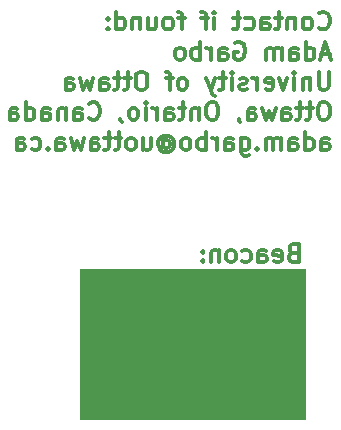
<source format=gbo>
G04 #@! TF.GenerationSoftware,KiCad,Pcbnew,(5.1.9-0-10_14)*
G04 #@! TF.CreationDate,2021-05-11T12:02:21-04:00*
G04 #@! TF.ProjectId,Cryologger ITB - Adafruit,4372796f-6c6f-4676-9765-722049544220,rev?*
G04 #@! TF.SameCoordinates,Original*
G04 #@! TF.FileFunction,Legend,Bot*
G04 #@! TF.FilePolarity,Positive*
%FSLAX46Y46*%
G04 Gerber Fmt 4.6, Leading zero omitted, Abs format (unit mm)*
G04 Created by KiCad (PCBNEW (5.1.9-0-10_14)) date 2021-05-11 12:02:21*
%MOMM*%
%LPD*%
G01*
G04 APERTURE LIST*
%ADD10C,0.300000*%
%ADD11C,0.100000*%
%ADD12C,4.999990*%
%ADD13C,1.778000*%
%ADD14C,3.810000*%
%ADD15C,2.540000*%
%ADD16O,0.800000X1.300000*%
%ADD17C,6.000000*%
%ADD18C,1.600000*%
%ADD19O,1.600000X1.600000*%
%ADD20R,1.778000X1.778000*%
%ADD21O,3.600000X2.080000*%
G04 APERTURE END LIST*
D10*
X140830714Y-67825714D02*
X140902142Y-67897142D01*
X141116428Y-67968571D01*
X141259285Y-67968571D01*
X141473571Y-67897142D01*
X141616428Y-67754285D01*
X141687857Y-67611428D01*
X141759285Y-67325714D01*
X141759285Y-67111428D01*
X141687857Y-66825714D01*
X141616428Y-66682857D01*
X141473571Y-66540000D01*
X141259285Y-66468571D01*
X141116428Y-66468571D01*
X140902142Y-66540000D01*
X140830714Y-66611428D01*
X139973571Y-67968571D02*
X140116428Y-67897142D01*
X140187857Y-67825714D01*
X140259285Y-67682857D01*
X140259285Y-67254285D01*
X140187857Y-67111428D01*
X140116428Y-67040000D01*
X139973571Y-66968571D01*
X139759285Y-66968571D01*
X139616428Y-67040000D01*
X139545000Y-67111428D01*
X139473571Y-67254285D01*
X139473571Y-67682857D01*
X139545000Y-67825714D01*
X139616428Y-67897142D01*
X139759285Y-67968571D01*
X139973571Y-67968571D01*
X138830714Y-66968571D02*
X138830714Y-67968571D01*
X138830714Y-67111428D02*
X138759285Y-67040000D01*
X138616428Y-66968571D01*
X138402142Y-66968571D01*
X138259285Y-67040000D01*
X138187857Y-67182857D01*
X138187857Y-67968571D01*
X137687857Y-66968571D02*
X137116428Y-66968571D01*
X137473571Y-66468571D02*
X137473571Y-67754285D01*
X137402142Y-67897142D01*
X137259285Y-67968571D01*
X137116428Y-67968571D01*
X135973571Y-67968571D02*
X135973571Y-67182857D01*
X136045000Y-67040000D01*
X136187857Y-66968571D01*
X136473571Y-66968571D01*
X136616428Y-67040000D01*
X135973571Y-67897142D02*
X136116428Y-67968571D01*
X136473571Y-67968571D01*
X136616428Y-67897142D01*
X136687857Y-67754285D01*
X136687857Y-67611428D01*
X136616428Y-67468571D01*
X136473571Y-67397142D01*
X136116428Y-67397142D01*
X135973571Y-67325714D01*
X134616428Y-67897142D02*
X134759285Y-67968571D01*
X135045000Y-67968571D01*
X135187857Y-67897142D01*
X135259285Y-67825714D01*
X135330714Y-67682857D01*
X135330714Y-67254285D01*
X135259285Y-67111428D01*
X135187857Y-67040000D01*
X135045000Y-66968571D01*
X134759285Y-66968571D01*
X134616428Y-67040000D01*
X134187857Y-66968571D02*
X133616428Y-66968571D01*
X133973571Y-66468571D02*
X133973571Y-67754285D01*
X133902142Y-67897142D01*
X133759285Y-67968571D01*
X133616428Y-67968571D01*
X131973571Y-67968571D02*
X131973571Y-66968571D01*
X131973571Y-66468571D02*
X132045000Y-66540000D01*
X131973571Y-66611428D01*
X131902142Y-66540000D01*
X131973571Y-66468571D01*
X131973571Y-66611428D01*
X131473571Y-66968571D02*
X130902142Y-66968571D01*
X131259285Y-67968571D02*
X131259285Y-66682857D01*
X131187857Y-66540000D01*
X131045000Y-66468571D01*
X130902142Y-66468571D01*
X129473571Y-66968571D02*
X128902142Y-66968571D01*
X129259285Y-67968571D02*
X129259285Y-66682857D01*
X129187857Y-66540000D01*
X129045000Y-66468571D01*
X128902142Y-66468571D01*
X128187857Y-67968571D02*
X128330714Y-67897142D01*
X128402142Y-67825714D01*
X128473571Y-67682857D01*
X128473571Y-67254285D01*
X128402142Y-67111428D01*
X128330714Y-67040000D01*
X128187857Y-66968571D01*
X127973571Y-66968571D01*
X127830714Y-67040000D01*
X127759285Y-67111428D01*
X127687857Y-67254285D01*
X127687857Y-67682857D01*
X127759285Y-67825714D01*
X127830714Y-67897142D01*
X127973571Y-67968571D01*
X128187857Y-67968571D01*
X126402142Y-66968571D02*
X126402142Y-67968571D01*
X127045000Y-66968571D02*
X127045000Y-67754285D01*
X126973571Y-67897142D01*
X126830714Y-67968571D01*
X126616428Y-67968571D01*
X126473571Y-67897142D01*
X126402142Y-67825714D01*
X125687857Y-66968571D02*
X125687857Y-67968571D01*
X125687857Y-67111428D02*
X125616428Y-67040000D01*
X125473571Y-66968571D01*
X125259285Y-66968571D01*
X125116428Y-67040000D01*
X125045000Y-67182857D01*
X125045000Y-67968571D01*
X123687857Y-67968571D02*
X123687857Y-66468571D01*
X123687857Y-67897142D02*
X123830714Y-67968571D01*
X124116428Y-67968571D01*
X124259285Y-67897142D01*
X124330714Y-67825714D01*
X124402142Y-67682857D01*
X124402142Y-67254285D01*
X124330714Y-67111428D01*
X124259285Y-67040000D01*
X124116428Y-66968571D01*
X123830714Y-66968571D01*
X123687857Y-67040000D01*
X122973571Y-67825714D02*
X122902142Y-67897142D01*
X122973571Y-67968571D01*
X123045000Y-67897142D01*
X122973571Y-67825714D01*
X122973571Y-67968571D01*
X122973571Y-67040000D02*
X122902142Y-67111428D01*
X122973571Y-67182857D01*
X123045000Y-67111428D01*
X122973571Y-67040000D01*
X122973571Y-67182857D01*
X141759285Y-70090000D02*
X141045000Y-70090000D01*
X141902142Y-70518571D02*
X141402142Y-69018571D01*
X140902142Y-70518571D01*
X139759285Y-70518571D02*
X139759285Y-69018571D01*
X139759285Y-70447142D02*
X139902142Y-70518571D01*
X140187857Y-70518571D01*
X140330714Y-70447142D01*
X140402142Y-70375714D01*
X140473571Y-70232857D01*
X140473571Y-69804285D01*
X140402142Y-69661428D01*
X140330714Y-69590000D01*
X140187857Y-69518571D01*
X139902142Y-69518571D01*
X139759285Y-69590000D01*
X138402142Y-70518571D02*
X138402142Y-69732857D01*
X138473571Y-69590000D01*
X138616428Y-69518571D01*
X138902142Y-69518571D01*
X139045000Y-69590000D01*
X138402142Y-70447142D02*
X138545000Y-70518571D01*
X138902142Y-70518571D01*
X139045000Y-70447142D01*
X139116428Y-70304285D01*
X139116428Y-70161428D01*
X139045000Y-70018571D01*
X138902142Y-69947142D01*
X138545000Y-69947142D01*
X138402142Y-69875714D01*
X137687857Y-70518571D02*
X137687857Y-69518571D01*
X137687857Y-69661428D02*
X137616428Y-69590000D01*
X137473571Y-69518571D01*
X137259285Y-69518571D01*
X137116428Y-69590000D01*
X137045000Y-69732857D01*
X137045000Y-70518571D01*
X137045000Y-69732857D02*
X136973571Y-69590000D01*
X136830714Y-69518571D01*
X136616428Y-69518571D01*
X136473571Y-69590000D01*
X136402142Y-69732857D01*
X136402142Y-70518571D01*
X133759285Y-69090000D02*
X133902142Y-69018571D01*
X134116428Y-69018571D01*
X134330714Y-69090000D01*
X134473571Y-69232857D01*
X134545000Y-69375714D01*
X134616428Y-69661428D01*
X134616428Y-69875714D01*
X134545000Y-70161428D01*
X134473571Y-70304285D01*
X134330714Y-70447142D01*
X134116428Y-70518571D01*
X133973571Y-70518571D01*
X133759285Y-70447142D01*
X133687857Y-70375714D01*
X133687857Y-69875714D01*
X133973571Y-69875714D01*
X132402142Y-70518571D02*
X132402142Y-69732857D01*
X132473571Y-69590000D01*
X132616428Y-69518571D01*
X132902142Y-69518571D01*
X133045000Y-69590000D01*
X132402142Y-70447142D02*
X132545000Y-70518571D01*
X132902142Y-70518571D01*
X133045000Y-70447142D01*
X133116428Y-70304285D01*
X133116428Y-70161428D01*
X133045000Y-70018571D01*
X132902142Y-69947142D01*
X132545000Y-69947142D01*
X132402142Y-69875714D01*
X131687857Y-70518571D02*
X131687857Y-69518571D01*
X131687857Y-69804285D02*
X131616428Y-69661428D01*
X131545000Y-69590000D01*
X131402142Y-69518571D01*
X131259285Y-69518571D01*
X130759285Y-70518571D02*
X130759285Y-69018571D01*
X130759285Y-69590000D02*
X130616428Y-69518571D01*
X130330714Y-69518571D01*
X130187857Y-69590000D01*
X130116428Y-69661428D01*
X130045000Y-69804285D01*
X130045000Y-70232857D01*
X130116428Y-70375714D01*
X130187857Y-70447142D01*
X130330714Y-70518571D01*
X130616428Y-70518571D01*
X130759285Y-70447142D01*
X129187857Y-70518571D02*
X129330714Y-70447142D01*
X129402142Y-70375714D01*
X129473571Y-70232857D01*
X129473571Y-69804285D01*
X129402142Y-69661428D01*
X129330714Y-69590000D01*
X129187857Y-69518571D01*
X128973571Y-69518571D01*
X128830714Y-69590000D01*
X128759285Y-69661428D01*
X128687857Y-69804285D01*
X128687857Y-70232857D01*
X128759285Y-70375714D01*
X128830714Y-70447142D01*
X128973571Y-70518571D01*
X129187857Y-70518571D01*
X141687857Y-71568571D02*
X141687857Y-72782857D01*
X141616428Y-72925714D01*
X141545000Y-72997142D01*
X141402142Y-73068571D01*
X141116428Y-73068571D01*
X140973571Y-72997142D01*
X140902142Y-72925714D01*
X140830714Y-72782857D01*
X140830714Y-71568571D01*
X140116428Y-72068571D02*
X140116428Y-73068571D01*
X140116428Y-72211428D02*
X140045000Y-72140000D01*
X139902142Y-72068571D01*
X139687857Y-72068571D01*
X139545000Y-72140000D01*
X139473571Y-72282857D01*
X139473571Y-73068571D01*
X138759285Y-73068571D02*
X138759285Y-72068571D01*
X138759285Y-71568571D02*
X138830714Y-71640000D01*
X138759285Y-71711428D01*
X138687857Y-71640000D01*
X138759285Y-71568571D01*
X138759285Y-71711428D01*
X138187857Y-72068571D02*
X137830714Y-73068571D01*
X137473571Y-72068571D01*
X136330714Y-72997142D02*
X136473571Y-73068571D01*
X136759285Y-73068571D01*
X136902142Y-72997142D01*
X136973571Y-72854285D01*
X136973571Y-72282857D01*
X136902142Y-72140000D01*
X136759285Y-72068571D01*
X136473571Y-72068571D01*
X136330714Y-72140000D01*
X136259285Y-72282857D01*
X136259285Y-72425714D01*
X136973571Y-72568571D01*
X135616428Y-73068571D02*
X135616428Y-72068571D01*
X135616428Y-72354285D02*
X135545000Y-72211428D01*
X135473571Y-72140000D01*
X135330714Y-72068571D01*
X135187857Y-72068571D01*
X134759285Y-72997142D02*
X134616428Y-73068571D01*
X134330714Y-73068571D01*
X134187857Y-72997142D01*
X134116428Y-72854285D01*
X134116428Y-72782857D01*
X134187857Y-72640000D01*
X134330714Y-72568571D01*
X134545000Y-72568571D01*
X134687857Y-72497142D01*
X134759285Y-72354285D01*
X134759285Y-72282857D01*
X134687857Y-72140000D01*
X134545000Y-72068571D01*
X134330714Y-72068571D01*
X134187857Y-72140000D01*
X133473571Y-73068571D02*
X133473571Y-72068571D01*
X133473571Y-71568571D02*
X133545000Y-71640000D01*
X133473571Y-71711428D01*
X133402142Y-71640000D01*
X133473571Y-71568571D01*
X133473571Y-71711428D01*
X132973571Y-72068571D02*
X132402142Y-72068571D01*
X132759285Y-71568571D02*
X132759285Y-72854285D01*
X132687857Y-72997142D01*
X132545000Y-73068571D01*
X132402142Y-73068571D01*
X132045000Y-72068571D02*
X131687857Y-73068571D01*
X131330714Y-72068571D02*
X131687857Y-73068571D01*
X131830714Y-73425714D01*
X131902142Y-73497142D01*
X132045000Y-73568571D01*
X129402142Y-73068571D02*
X129545000Y-72997142D01*
X129616428Y-72925714D01*
X129687857Y-72782857D01*
X129687857Y-72354285D01*
X129616428Y-72211428D01*
X129545000Y-72140000D01*
X129402142Y-72068571D01*
X129187857Y-72068571D01*
X129045000Y-72140000D01*
X128973571Y-72211428D01*
X128902142Y-72354285D01*
X128902142Y-72782857D01*
X128973571Y-72925714D01*
X129045000Y-72997142D01*
X129187857Y-73068571D01*
X129402142Y-73068571D01*
X128473571Y-72068571D02*
X127902142Y-72068571D01*
X128259285Y-73068571D02*
X128259285Y-71782857D01*
X128187857Y-71640000D01*
X128045000Y-71568571D01*
X127902142Y-71568571D01*
X125973571Y-71568571D02*
X125687857Y-71568571D01*
X125545000Y-71640000D01*
X125402142Y-71782857D01*
X125330714Y-72068571D01*
X125330714Y-72568571D01*
X125402142Y-72854285D01*
X125545000Y-72997142D01*
X125687857Y-73068571D01*
X125973571Y-73068571D01*
X126116428Y-72997142D01*
X126259285Y-72854285D01*
X126330714Y-72568571D01*
X126330714Y-72068571D01*
X126259285Y-71782857D01*
X126116428Y-71640000D01*
X125973571Y-71568571D01*
X124902142Y-72068571D02*
X124330714Y-72068571D01*
X124687857Y-71568571D02*
X124687857Y-72854285D01*
X124616428Y-72997142D01*
X124473571Y-73068571D01*
X124330714Y-73068571D01*
X124045000Y-72068571D02*
X123473571Y-72068571D01*
X123830714Y-71568571D02*
X123830714Y-72854285D01*
X123759285Y-72997142D01*
X123616428Y-73068571D01*
X123473571Y-73068571D01*
X122330714Y-73068571D02*
X122330714Y-72282857D01*
X122402142Y-72140000D01*
X122545000Y-72068571D01*
X122830714Y-72068571D01*
X122973571Y-72140000D01*
X122330714Y-72997142D02*
X122473571Y-73068571D01*
X122830714Y-73068571D01*
X122973571Y-72997142D01*
X123045000Y-72854285D01*
X123045000Y-72711428D01*
X122973571Y-72568571D01*
X122830714Y-72497142D01*
X122473571Y-72497142D01*
X122330714Y-72425714D01*
X121759285Y-72068571D02*
X121473571Y-73068571D01*
X121187857Y-72354285D01*
X120902142Y-73068571D01*
X120616428Y-72068571D01*
X119402142Y-73068571D02*
X119402142Y-72282857D01*
X119473571Y-72140000D01*
X119616428Y-72068571D01*
X119902142Y-72068571D01*
X120045000Y-72140000D01*
X119402142Y-72997142D02*
X119545000Y-73068571D01*
X119902142Y-73068571D01*
X120045000Y-72997142D01*
X120116428Y-72854285D01*
X120116428Y-72711428D01*
X120045000Y-72568571D01*
X119902142Y-72497142D01*
X119545000Y-72497142D01*
X119402142Y-72425714D01*
X141402142Y-74118571D02*
X141116428Y-74118571D01*
X140973571Y-74190000D01*
X140830714Y-74332857D01*
X140759285Y-74618571D01*
X140759285Y-75118571D01*
X140830714Y-75404285D01*
X140973571Y-75547142D01*
X141116428Y-75618571D01*
X141402142Y-75618571D01*
X141545000Y-75547142D01*
X141687857Y-75404285D01*
X141759285Y-75118571D01*
X141759285Y-74618571D01*
X141687857Y-74332857D01*
X141545000Y-74190000D01*
X141402142Y-74118571D01*
X140330714Y-74618571D02*
X139759285Y-74618571D01*
X140116428Y-74118571D02*
X140116428Y-75404285D01*
X140045000Y-75547142D01*
X139902142Y-75618571D01*
X139759285Y-75618571D01*
X139473571Y-74618571D02*
X138902142Y-74618571D01*
X139259285Y-74118571D02*
X139259285Y-75404285D01*
X139187857Y-75547142D01*
X139045000Y-75618571D01*
X138902142Y-75618571D01*
X137759285Y-75618571D02*
X137759285Y-74832857D01*
X137830714Y-74690000D01*
X137973571Y-74618571D01*
X138259285Y-74618571D01*
X138402142Y-74690000D01*
X137759285Y-75547142D02*
X137902142Y-75618571D01*
X138259285Y-75618571D01*
X138402142Y-75547142D01*
X138473571Y-75404285D01*
X138473571Y-75261428D01*
X138402142Y-75118571D01*
X138259285Y-75047142D01*
X137902142Y-75047142D01*
X137759285Y-74975714D01*
X137187857Y-74618571D02*
X136902142Y-75618571D01*
X136616428Y-74904285D01*
X136330714Y-75618571D01*
X136045000Y-74618571D01*
X134830714Y-75618571D02*
X134830714Y-74832857D01*
X134902142Y-74690000D01*
X135045000Y-74618571D01*
X135330714Y-74618571D01*
X135473571Y-74690000D01*
X134830714Y-75547142D02*
X134973571Y-75618571D01*
X135330714Y-75618571D01*
X135473571Y-75547142D01*
X135545000Y-75404285D01*
X135545000Y-75261428D01*
X135473571Y-75118571D01*
X135330714Y-75047142D01*
X134973571Y-75047142D01*
X134830714Y-74975714D01*
X134045000Y-75547142D02*
X134045000Y-75618571D01*
X134116428Y-75761428D01*
X134187857Y-75832857D01*
X131973571Y-74118571D02*
X131687857Y-74118571D01*
X131545000Y-74190000D01*
X131402142Y-74332857D01*
X131330714Y-74618571D01*
X131330714Y-75118571D01*
X131402142Y-75404285D01*
X131545000Y-75547142D01*
X131687857Y-75618571D01*
X131973571Y-75618571D01*
X132116428Y-75547142D01*
X132259285Y-75404285D01*
X132330714Y-75118571D01*
X132330714Y-74618571D01*
X132259285Y-74332857D01*
X132116428Y-74190000D01*
X131973571Y-74118571D01*
X130687857Y-74618571D02*
X130687857Y-75618571D01*
X130687857Y-74761428D02*
X130616428Y-74690000D01*
X130473571Y-74618571D01*
X130259285Y-74618571D01*
X130116428Y-74690000D01*
X130045000Y-74832857D01*
X130045000Y-75618571D01*
X129545000Y-74618571D02*
X128973571Y-74618571D01*
X129330714Y-74118571D02*
X129330714Y-75404285D01*
X129259285Y-75547142D01*
X129116428Y-75618571D01*
X128973571Y-75618571D01*
X127830714Y-75618571D02*
X127830714Y-74832857D01*
X127902142Y-74690000D01*
X128045000Y-74618571D01*
X128330714Y-74618571D01*
X128473571Y-74690000D01*
X127830714Y-75547142D02*
X127973571Y-75618571D01*
X128330714Y-75618571D01*
X128473571Y-75547142D01*
X128545000Y-75404285D01*
X128545000Y-75261428D01*
X128473571Y-75118571D01*
X128330714Y-75047142D01*
X127973571Y-75047142D01*
X127830714Y-74975714D01*
X127116428Y-75618571D02*
X127116428Y-74618571D01*
X127116428Y-74904285D02*
X127045000Y-74761428D01*
X126973571Y-74690000D01*
X126830714Y-74618571D01*
X126687857Y-74618571D01*
X126187857Y-75618571D02*
X126187857Y-74618571D01*
X126187857Y-74118571D02*
X126259285Y-74190000D01*
X126187857Y-74261428D01*
X126116428Y-74190000D01*
X126187857Y-74118571D01*
X126187857Y-74261428D01*
X125259285Y-75618571D02*
X125402142Y-75547142D01*
X125473571Y-75475714D01*
X125545000Y-75332857D01*
X125545000Y-74904285D01*
X125473571Y-74761428D01*
X125402142Y-74690000D01*
X125259285Y-74618571D01*
X125045000Y-74618571D01*
X124902142Y-74690000D01*
X124830714Y-74761428D01*
X124759285Y-74904285D01*
X124759285Y-75332857D01*
X124830714Y-75475714D01*
X124902142Y-75547142D01*
X125045000Y-75618571D01*
X125259285Y-75618571D01*
X124045000Y-75547142D02*
X124045000Y-75618571D01*
X124116428Y-75761428D01*
X124187857Y-75832857D01*
X121402142Y-75475714D02*
X121473571Y-75547142D01*
X121687857Y-75618571D01*
X121830714Y-75618571D01*
X122045000Y-75547142D01*
X122187857Y-75404285D01*
X122259285Y-75261428D01*
X122330714Y-74975714D01*
X122330714Y-74761428D01*
X122259285Y-74475714D01*
X122187857Y-74332857D01*
X122045000Y-74190000D01*
X121830714Y-74118571D01*
X121687857Y-74118571D01*
X121473571Y-74190000D01*
X121402142Y-74261428D01*
X120116428Y-75618571D02*
X120116428Y-74832857D01*
X120187857Y-74690000D01*
X120330714Y-74618571D01*
X120616428Y-74618571D01*
X120759285Y-74690000D01*
X120116428Y-75547142D02*
X120259285Y-75618571D01*
X120616428Y-75618571D01*
X120759285Y-75547142D01*
X120830714Y-75404285D01*
X120830714Y-75261428D01*
X120759285Y-75118571D01*
X120616428Y-75047142D01*
X120259285Y-75047142D01*
X120116428Y-74975714D01*
X119402142Y-74618571D02*
X119402142Y-75618571D01*
X119402142Y-74761428D02*
X119330714Y-74690000D01*
X119187857Y-74618571D01*
X118973571Y-74618571D01*
X118830714Y-74690000D01*
X118759285Y-74832857D01*
X118759285Y-75618571D01*
X117402142Y-75618571D02*
X117402142Y-74832857D01*
X117473571Y-74690000D01*
X117616428Y-74618571D01*
X117902142Y-74618571D01*
X118045000Y-74690000D01*
X117402142Y-75547142D02*
X117545000Y-75618571D01*
X117902142Y-75618571D01*
X118045000Y-75547142D01*
X118116428Y-75404285D01*
X118116428Y-75261428D01*
X118045000Y-75118571D01*
X117902142Y-75047142D01*
X117545000Y-75047142D01*
X117402142Y-74975714D01*
X116045000Y-75618571D02*
X116045000Y-74118571D01*
X116045000Y-75547142D02*
X116187857Y-75618571D01*
X116473571Y-75618571D01*
X116616428Y-75547142D01*
X116687857Y-75475714D01*
X116759285Y-75332857D01*
X116759285Y-74904285D01*
X116687857Y-74761428D01*
X116616428Y-74690000D01*
X116473571Y-74618571D01*
X116187857Y-74618571D01*
X116045000Y-74690000D01*
X114687857Y-75618571D02*
X114687857Y-74832857D01*
X114759285Y-74690000D01*
X114902142Y-74618571D01*
X115187857Y-74618571D01*
X115330714Y-74690000D01*
X114687857Y-75547142D02*
X114830714Y-75618571D01*
X115187857Y-75618571D01*
X115330714Y-75547142D01*
X115402142Y-75404285D01*
X115402142Y-75261428D01*
X115330714Y-75118571D01*
X115187857Y-75047142D01*
X114830714Y-75047142D01*
X114687857Y-74975714D01*
X141045000Y-78168571D02*
X141045000Y-77382857D01*
X141116428Y-77240000D01*
X141259285Y-77168571D01*
X141545000Y-77168571D01*
X141687857Y-77240000D01*
X141045000Y-78097142D02*
X141187857Y-78168571D01*
X141545000Y-78168571D01*
X141687857Y-78097142D01*
X141759285Y-77954285D01*
X141759285Y-77811428D01*
X141687857Y-77668571D01*
X141545000Y-77597142D01*
X141187857Y-77597142D01*
X141045000Y-77525714D01*
X139687857Y-78168571D02*
X139687857Y-76668571D01*
X139687857Y-78097142D02*
X139830714Y-78168571D01*
X140116428Y-78168571D01*
X140259285Y-78097142D01*
X140330714Y-78025714D01*
X140402142Y-77882857D01*
X140402142Y-77454285D01*
X140330714Y-77311428D01*
X140259285Y-77240000D01*
X140116428Y-77168571D01*
X139830714Y-77168571D01*
X139687857Y-77240000D01*
X138330714Y-78168571D02*
X138330714Y-77382857D01*
X138402142Y-77240000D01*
X138545000Y-77168571D01*
X138830714Y-77168571D01*
X138973571Y-77240000D01*
X138330714Y-78097142D02*
X138473571Y-78168571D01*
X138830714Y-78168571D01*
X138973571Y-78097142D01*
X139045000Y-77954285D01*
X139045000Y-77811428D01*
X138973571Y-77668571D01*
X138830714Y-77597142D01*
X138473571Y-77597142D01*
X138330714Y-77525714D01*
X137616428Y-78168571D02*
X137616428Y-77168571D01*
X137616428Y-77311428D02*
X137545000Y-77240000D01*
X137402142Y-77168571D01*
X137187857Y-77168571D01*
X137045000Y-77240000D01*
X136973571Y-77382857D01*
X136973571Y-78168571D01*
X136973571Y-77382857D02*
X136902142Y-77240000D01*
X136759285Y-77168571D01*
X136545000Y-77168571D01*
X136402142Y-77240000D01*
X136330714Y-77382857D01*
X136330714Y-78168571D01*
X135616428Y-78025714D02*
X135545000Y-78097142D01*
X135616428Y-78168571D01*
X135687857Y-78097142D01*
X135616428Y-78025714D01*
X135616428Y-78168571D01*
X134259285Y-77168571D02*
X134259285Y-78382857D01*
X134330714Y-78525714D01*
X134402142Y-78597142D01*
X134545000Y-78668571D01*
X134759285Y-78668571D01*
X134902142Y-78597142D01*
X134259285Y-78097142D02*
X134402142Y-78168571D01*
X134687857Y-78168571D01*
X134830714Y-78097142D01*
X134902142Y-78025714D01*
X134973571Y-77882857D01*
X134973571Y-77454285D01*
X134902142Y-77311428D01*
X134830714Y-77240000D01*
X134687857Y-77168571D01*
X134402142Y-77168571D01*
X134259285Y-77240000D01*
X132902142Y-78168571D02*
X132902142Y-77382857D01*
X132973571Y-77240000D01*
X133116428Y-77168571D01*
X133402142Y-77168571D01*
X133545000Y-77240000D01*
X132902142Y-78097142D02*
X133045000Y-78168571D01*
X133402142Y-78168571D01*
X133545000Y-78097142D01*
X133616428Y-77954285D01*
X133616428Y-77811428D01*
X133545000Y-77668571D01*
X133402142Y-77597142D01*
X133045000Y-77597142D01*
X132902142Y-77525714D01*
X132187857Y-78168571D02*
X132187857Y-77168571D01*
X132187857Y-77454285D02*
X132116428Y-77311428D01*
X132045000Y-77240000D01*
X131902142Y-77168571D01*
X131759285Y-77168571D01*
X131259285Y-78168571D02*
X131259285Y-76668571D01*
X131259285Y-77240000D02*
X131116428Y-77168571D01*
X130830714Y-77168571D01*
X130687857Y-77240000D01*
X130616428Y-77311428D01*
X130545000Y-77454285D01*
X130545000Y-77882857D01*
X130616428Y-78025714D01*
X130687857Y-78097142D01*
X130830714Y-78168571D01*
X131116428Y-78168571D01*
X131259285Y-78097142D01*
X129687857Y-78168571D02*
X129830714Y-78097142D01*
X129902142Y-78025714D01*
X129973571Y-77882857D01*
X129973571Y-77454285D01*
X129902142Y-77311428D01*
X129830714Y-77240000D01*
X129687857Y-77168571D01*
X129473571Y-77168571D01*
X129330714Y-77240000D01*
X129259285Y-77311428D01*
X129187857Y-77454285D01*
X129187857Y-77882857D01*
X129259285Y-78025714D01*
X129330714Y-78097142D01*
X129473571Y-78168571D01*
X129687857Y-78168571D01*
X127616428Y-77454285D02*
X127687857Y-77382857D01*
X127830714Y-77311428D01*
X127973571Y-77311428D01*
X128116428Y-77382857D01*
X128187857Y-77454285D01*
X128259285Y-77597142D01*
X128259285Y-77740000D01*
X128187857Y-77882857D01*
X128116428Y-77954285D01*
X127973571Y-78025714D01*
X127830714Y-78025714D01*
X127687857Y-77954285D01*
X127616428Y-77882857D01*
X127616428Y-77311428D02*
X127616428Y-77882857D01*
X127545000Y-77954285D01*
X127473571Y-77954285D01*
X127330714Y-77882857D01*
X127259285Y-77740000D01*
X127259285Y-77382857D01*
X127402142Y-77168571D01*
X127616428Y-77025714D01*
X127902142Y-76954285D01*
X128187857Y-77025714D01*
X128402142Y-77168571D01*
X128545000Y-77382857D01*
X128616428Y-77668571D01*
X128545000Y-77954285D01*
X128402142Y-78168571D01*
X128187857Y-78311428D01*
X127902142Y-78382857D01*
X127616428Y-78311428D01*
X127402142Y-78168571D01*
X125973571Y-77168571D02*
X125973571Y-78168571D01*
X126616428Y-77168571D02*
X126616428Y-77954285D01*
X126545000Y-78097142D01*
X126402142Y-78168571D01*
X126187857Y-78168571D01*
X126045000Y-78097142D01*
X125973571Y-78025714D01*
X125045000Y-78168571D02*
X125187857Y-78097142D01*
X125259285Y-78025714D01*
X125330714Y-77882857D01*
X125330714Y-77454285D01*
X125259285Y-77311428D01*
X125187857Y-77240000D01*
X125045000Y-77168571D01*
X124830714Y-77168571D01*
X124687857Y-77240000D01*
X124616428Y-77311428D01*
X124545000Y-77454285D01*
X124545000Y-77882857D01*
X124616428Y-78025714D01*
X124687857Y-78097142D01*
X124830714Y-78168571D01*
X125045000Y-78168571D01*
X124116428Y-77168571D02*
X123545000Y-77168571D01*
X123902142Y-76668571D02*
X123902142Y-77954285D01*
X123830714Y-78097142D01*
X123687857Y-78168571D01*
X123545000Y-78168571D01*
X123259285Y-77168571D02*
X122687857Y-77168571D01*
X123045000Y-76668571D02*
X123045000Y-77954285D01*
X122973571Y-78097142D01*
X122830714Y-78168571D01*
X122687857Y-78168571D01*
X121545000Y-78168571D02*
X121545000Y-77382857D01*
X121616428Y-77240000D01*
X121759285Y-77168571D01*
X122045000Y-77168571D01*
X122187857Y-77240000D01*
X121545000Y-78097142D02*
X121687857Y-78168571D01*
X122045000Y-78168571D01*
X122187857Y-78097142D01*
X122259285Y-77954285D01*
X122259285Y-77811428D01*
X122187857Y-77668571D01*
X122045000Y-77597142D01*
X121687857Y-77597142D01*
X121545000Y-77525714D01*
X120973571Y-77168571D02*
X120687857Y-78168571D01*
X120402142Y-77454285D01*
X120116428Y-78168571D01*
X119830714Y-77168571D01*
X118616428Y-78168571D02*
X118616428Y-77382857D01*
X118687857Y-77240000D01*
X118830714Y-77168571D01*
X119116428Y-77168571D01*
X119259285Y-77240000D01*
X118616428Y-78097142D02*
X118759285Y-78168571D01*
X119116428Y-78168571D01*
X119259285Y-78097142D01*
X119330714Y-77954285D01*
X119330714Y-77811428D01*
X119259285Y-77668571D01*
X119116428Y-77597142D01*
X118759285Y-77597142D01*
X118616428Y-77525714D01*
X117902142Y-78025714D02*
X117830714Y-78097142D01*
X117902142Y-78168571D01*
X117973571Y-78097142D01*
X117902142Y-78025714D01*
X117902142Y-78168571D01*
X116545000Y-78097142D02*
X116687857Y-78168571D01*
X116973571Y-78168571D01*
X117116428Y-78097142D01*
X117187857Y-78025714D01*
X117259285Y-77882857D01*
X117259285Y-77454285D01*
X117187857Y-77311428D01*
X117116428Y-77240000D01*
X116973571Y-77168571D01*
X116687857Y-77168571D01*
X116545000Y-77240000D01*
X115259285Y-78168571D02*
X115259285Y-77382857D01*
X115330714Y-77240000D01*
X115473571Y-77168571D01*
X115759285Y-77168571D01*
X115902142Y-77240000D01*
X115259285Y-78097142D02*
X115402142Y-78168571D01*
X115759285Y-78168571D01*
X115902142Y-78097142D01*
X115973571Y-77954285D01*
X115973571Y-77811428D01*
X115902142Y-77668571D01*
X115759285Y-77597142D01*
X115402142Y-77597142D01*
X115259285Y-77525714D01*
X138647857Y-86887857D02*
X138433571Y-86959285D01*
X138362142Y-87030714D01*
X138290714Y-87173571D01*
X138290714Y-87387857D01*
X138362142Y-87530714D01*
X138433571Y-87602142D01*
X138576428Y-87673571D01*
X139147857Y-87673571D01*
X139147857Y-86173571D01*
X138647857Y-86173571D01*
X138505000Y-86245000D01*
X138433571Y-86316428D01*
X138362142Y-86459285D01*
X138362142Y-86602142D01*
X138433571Y-86745000D01*
X138505000Y-86816428D01*
X138647857Y-86887857D01*
X139147857Y-86887857D01*
X137076428Y-87602142D02*
X137219285Y-87673571D01*
X137505000Y-87673571D01*
X137647857Y-87602142D01*
X137719285Y-87459285D01*
X137719285Y-86887857D01*
X137647857Y-86745000D01*
X137505000Y-86673571D01*
X137219285Y-86673571D01*
X137076428Y-86745000D01*
X137005000Y-86887857D01*
X137005000Y-87030714D01*
X137719285Y-87173571D01*
X135719285Y-87673571D02*
X135719285Y-86887857D01*
X135790714Y-86745000D01*
X135933571Y-86673571D01*
X136219285Y-86673571D01*
X136362142Y-86745000D01*
X135719285Y-87602142D02*
X135862142Y-87673571D01*
X136219285Y-87673571D01*
X136362142Y-87602142D01*
X136433571Y-87459285D01*
X136433571Y-87316428D01*
X136362142Y-87173571D01*
X136219285Y-87102142D01*
X135862142Y-87102142D01*
X135719285Y-87030714D01*
X134362142Y-87602142D02*
X134505000Y-87673571D01*
X134790714Y-87673571D01*
X134933571Y-87602142D01*
X135005000Y-87530714D01*
X135076428Y-87387857D01*
X135076428Y-86959285D01*
X135005000Y-86816428D01*
X134933571Y-86745000D01*
X134790714Y-86673571D01*
X134505000Y-86673571D01*
X134362142Y-86745000D01*
X133505000Y-87673571D02*
X133647857Y-87602142D01*
X133719285Y-87530714D01*
X133790714Y-87387857D01*
X133790714Y-86959285D01*
X133719285Y-86816428D01*
X133647857Y-86745000D01*
X133505000Y-86673571D01*
X133290714Y-86673571D01*
X133147857Y-86745000D01*
X133076428Y-86816428D01*
X133005000Y-86959285D01*
X133005000Y-87387857D01*
X133076428Y-87530714D01*
X133147857Y-87602142D01*
X133290714Y-87673571D01*
X133505000Y-87673571D01*
X132362142Y-86673571D02*
X132362142Y-87673571D01*
X132362142Y-86816428D02*
X132290714Y-86745000D01*
X132147857Y-86673571D01*
X131933571Y-86673571D01*
X131790714Y-86745000D01*
X131719285Y-86887857D01*
X131719285Y-87673571D01*
X131005000Y-87530714D02*
X130933571Y-87602142D01*
X131005000Y-87673571D01*
X131076428Y-87602142D01*
X131005000Y-87530714D01*
X131005000Y-87673571D01*
X131005000Y-86745000D02*
X130933571Y-86816428D01*
X131005000Y-86887857D01*
X131076428Y-86816428D01*
X131005000Y-86745000D01*
X131005000Y-86887857D01*
D11*
G36*
X139700000Y-100965000D02*
G01*
X120650000Y-100965000D01*
X120650000Y-88265000D01*
X139700000Y-88265000D01*
X139700000Y-100965000D01*
G37*
X139700000Y-100965000D02*
X120650000Y-100965000D01*
X120650000Y-88265000D01*
X139700000Y-88265000D01*
X139700000Y-100965000D01*
%LPC*%
D12*
X151430000Y-61930000D03*
X151430000Y-100630000D03*
D13*
X179070000Y-62230000D03*
D14*
X180340000Y-58420000D03*
X198120000Y-58420000D03*
D15*
X180340000Y-104140000D03*
X198120000Y-104140000D03*
D13*
X179070000Y-64770000D03*
X179070000Y-67310000D03*
X179070000Y-69850000D03*
X179070000Y-72390000D03*
X179070000Y-74930000D03*
X179070000Y-77470000D03*
X179070000Y-80010000D03*
X179070000Y-82550000D03*
X179070000Y-85090000D03*
X179070000Y-87630000D03*
X179070000Y-90170000D03*
X179070000Y-92710000D03*
X179070000Y-95250000D03*
X179070000Y-97790000D03*
X179070000Y-100330000D03*
X199390000Y-72390000D03*
X199390000Y-74930000D03*
X199390000Y-77470000D03*
X199390000Y-80010000D03*
X199390000Y-82550000D03*
X199390000Y-85090000D03*
X199390000Y-87630000D03*
X199390000Y-90170000D03*
X199390000Y-92710000D03*
X199390000Y-95250000D03*
X199390000Y-97790000D03*
X199390000Y-100330000D03*
X181610000Y-69850000D03*
X181610000Y-74930000D03*
X181610000Y-77470000D03*
X181610000Y-64770000D03*
X181610000Y-72390000D03*
X181610000Y-67310000D03*
X181610000Y-80010000D03*
X181610000Y-97790000D03*
X181610000Y-100330000D03*
X181610000Y-92710000D03*
X181610000Y-95250000D03*
X181610000Y-85090000D03*
X181610000Y-87630000D03*
X181610000Y-90170000D03*
X181610000Y-82550000D03*
X181610000Y-62230000D03*
X196850000Y-82550000D03*
X196850000Y-74930000D03*
X196850000Y-80010000D03*
X196850000Y-85090000D03*
X196850000Y-77470000D03*
X196850000Y-72390000D03*
X196850000Y-87630000D03*
X196850000Y-92710000D03*
X196850000Y-90170000D03*
X196850000Y-100330000D03*
X196850000Y-95250000D03*
X196850000Y-97790000D03*
X222250000Y-97790000D03*
X222250000Y-95250000D03*
X222250000Y-100330000D03*
X222250000Y-90170000D03*
X222250000Y-92710000D03*
X222250000Y-87630000D03*
X222250000Y-72390000D03*
X222250000Y-77470000D03*
X222250000Y-85090000D03*
X222250000Y-80010000D03*
X222250000Y-74930000D03*
X222250000Y-82550000D03*
X207010000Y-62230000D03*
X207010000Y-82550000D03*
X207010000Y-90170000D03*
X207010000Y-87630000D03*
X207010000Y-85090000D03*
X207010000Y-95250000D03*
X207010000Y-92710000D03*
X207010000Y-100330000D03*
X207010000Y-97790000D03*
X207010000Y-80010000D03*
X207010000Y-67310000D03*
X207010000Y-72390000D03*
X207010000Y-64770000D03*
X207010000Y-77470000D03*
X207010000Y-74930000D03*
X207010000Y-69850000D03*
X224790000Y-100330000D03*
X224790000Y-97790000D03*
X224790000Y-95250000D03*
X224790000Y-92710000D03*
X224790000Y-90170000D03*
X224790000Y-87630000D03*
X224790000Y-85090000D03*
X224790000Y-82550000D03*
X224790000Y-80010000D03*
X224790000Y-77470000D03*
X224790000Y-74930000D03*
X224790000Y-72390000D03*
X204470000Y-100330000D03*
X204470000Y-97790000D03*
X204470000Y-95250000D03*
X204470000Y-92710000D03*
X204470000Y-90170000D03*
X204470000Y-87630000D03*
X204470000Y-85090000D03*
X204470000Y-82550000D03*
X204470000Y-80010000D03*
X204470000Y-77470000D03*
X204470000Y-74930000D03*
X204470000Y-72390000D03*
X204470000Y-69850000D03*
X204470000Y-67310000D03*
X204470000Y-64770000D03*
D15*
X223520000Y-104140000D03*
X205740000Y-104140000D03*
D14*
X223520000Y-58420000D03*
X205740000Y-58420000D03*
D13*
X204470000Y-62230000D03*
D16*
X151585000Y-107950000D03*
X150335000Y-107950000D03*
X149085000Y-107950000D03*
X147835000Y-107950000D03*
X146585000Y-107950000D03*
X145335000Y-107950000D03*
X144085000Y-107950000D03*
X142835000Y-107950000D03*
X141585000Y-107950000D03*
G36*
G01*
X139935000Y-108400000D02*
X139935000Y-107500000D01*
G75*
G02*
X140135000Y-107300000I200000J0D01*
G01*
X140535000Y-107300000D01*
G75*
G02*
X140735000Y-107500000I0J-200000D01*
G01*
X140735000Y-108400000D01*
G75*
G02*
X140535000Y-108600000I-200000J0D01*
G01*
X140135000Y-108600000D01*
G75*
G02*
X139935000Y-108400000I0J200000D01*
G01*
G37*
D17*
X110490000Y-109220000D03*
X110490000Y-53340000D03*
X237490000Y-53340000D03*
X237490000Y-109220000D03*
D14*
X160020000Y-85090000D03*
X160020000Y-105410000D03*
X172720000Y-85090000D03*
X172720000Y-105410000D03*
D13*
X172720000Y-91440000D03*
X172720000Y-88900000D03*
X160020000Y-99060000D03*
X160020000Y-96520000D03*
X160020000Y-93980000D03*
X160020000Y-91440000D03*
X172720000Y-101600000D03*
X172720000Y-99060000D03*
X172720000Y-96520000D03*
X172720000Y-93980000D03*
D18*
X236855000Y-65405000D03*
X236855000Y-62905000D03*
D19*
X233680000Y-59055000D03*
D18*
X233680000Y-69215000D03*
D19*
X230505000Y-69215000D03*
D18*
X230505000Y-59055000D03*
D13*
X237490000Y-74930000D03*
X234950000Y-74930000D03*
D20*
X232410000Y-74930000D03*
D13*
X229870000Y-74930000D03*
X229870000Y-83820000D03*
D20*
X232410000Y-83820000D03*
D13*
X234950000Y-83820000D03*
X237490000Y-83820000D03*
X172720000Y-67310000D03*
D14*
X160020000Y-77470000D03*
D13*
X172720000Y-69850000D03*
D15*
X172720000Y-77470000D03*
X172720000Y-57150000D03*
D13*
X172720000Y-72390000D03*
X172720000Y-74930000D03*
X172720000Y-64770000D03*
D14*
X160020000Y-57150000D03*
D13*
X172720000Y-62230000D03*
X172720000Y-59690000D03*
G36*
G01*
X232690002Y-101370000D02*
X229589998Y-101370000D01*
G75*
G02*
X229340000Y-101120002I0J249998D01*
G01*
X229340000Y-99539998D01*
G75*
G02*
X229589998Y-99290000I249998J0D01*
G01*
X232690002Y-99290000D01*
G75*
G02*
X232940000Y-99539998I0J-249998D01*
G01*
X232940000Y-101120002D01*
G75*
G02*
X232690002Y-101370000I-249998J0D01*
G01*
G37*
D21*
X231140000Y-95250000D03*
M02*

</source>
